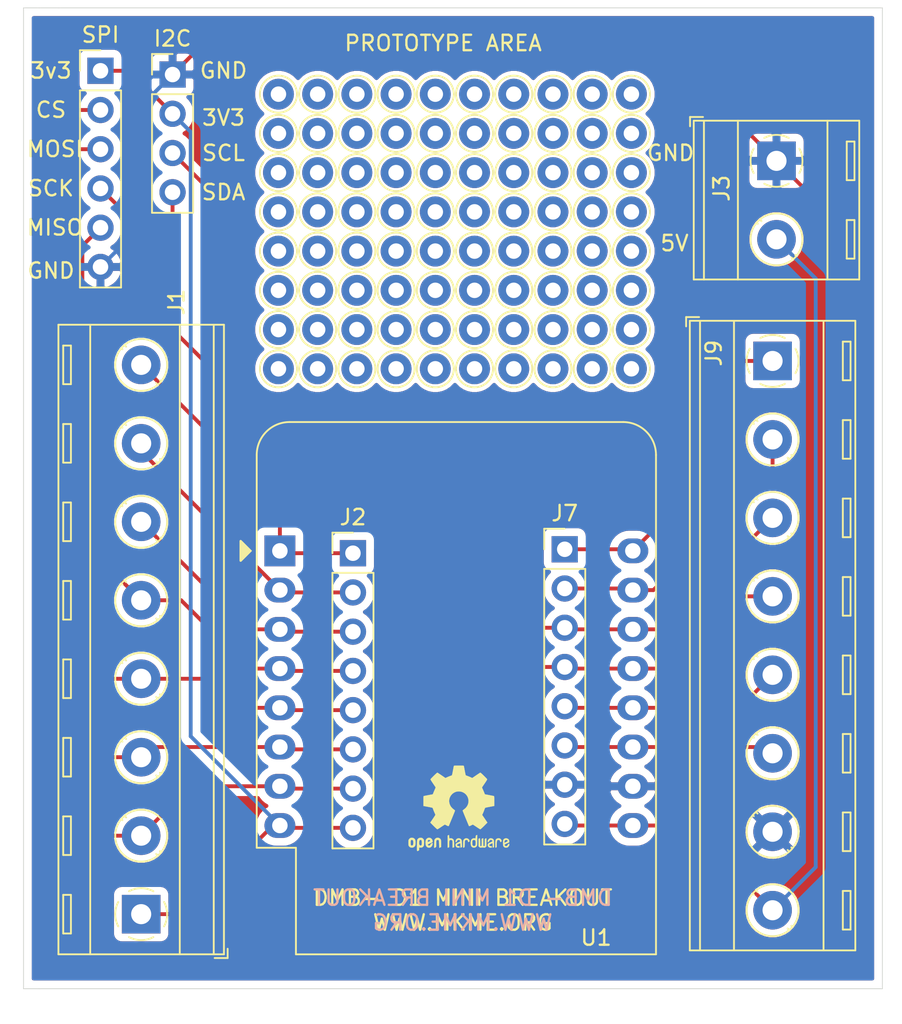
<source format=kicad_pcb>
(kicad_pcb (version 20171130) (host pcbnew "(5.1.6)-1")
  (layers (0 F.Cu signal) (31 B.Cu signal) (34 B.Paste user) (35 F.Paste user) (36 B.SilkS user) (37 F.SilkS user) (38 B.Mask user) (39 F.Mask user) (44 Edge.Cuts user))
  (net 0 "")
  (net 1 RST)
  (net 2 A0)
  (net 3 D0)
  (net 4 SCK)
  (net 5 MISO)
  (net 6 MOSI)
  (net 7 CS)
  (net 8 3v3)
  (net 9 GND)
  (net 10 5V)
  (net 11 D4)
  (net 12 D3)
  (net 13 SDA)
  (net 14 SCL)
  (net 15 RX)
  (net 16 TX)
  (module Symbol:OSHW-Logo2_7.3x6mm_SilkScreen (layer F.Cu) (at 236.728 130.81)
    (fp_text reference REF** hide)
    (fp_text value OSHW-Logo2_7.3x6mm_SilkScreen hide)
  )
  (module TestPoint:TestPoint_THTPad_D2.0mm_Drill1.0mm (layer F.Cu) (at 247.904 102.362)
    (fp_text reference REF**)
    (fp_text value 1 hide)
    (pad "" thru_hole circle (at 0 0) (size 2 2) (drill 1) (layers *.Cu *.Mask))
  )
  (module TestPoint:TestPoint_THTPad_D2.0mm_Drill1.0mm (layer F.Cu) (at 245.364 102.362)
    (fp_text reference REF**)
    (fp_text value 1 hide)
    (pad "" thru_hole circle (at 0 0) (size 2 2) (drill 1) (layers *.Cu *.Mask))
  )
  (module TestPoint:TestPoint_THTPad_D2.0mm_Drill1.0mm (layer F.Cu) (at 242.824 102.362)
    (fp_text reference REF**)
    (fp_text value 1 hide)
    (pad "" thru_hole circle (at 0 0) (size 2 2) (drill 1) (layers *.Cu *.Mask))
  )
  (module TestPoint:TestPoint_THTPad_D2.0mm_Drill1.0mm (layer F.Cu) (at 240.284 102.362)
    (fp_text reference REF**)
    (fp_text value 1 hide)
    (pad "" thru_hole circle (at 0 0) (size 2 2) (drill 1) (layers *.Cu *.Mask))
  )
  (module TestPoint:TestPoint_THTPad_D2.0mm_Drill1.0mm (layer F.Cu) (at 237.744 102.362)
    (fp_text reference REF**)
    (fp_text value 1 hide)
    (pad "" thru_hole circle (at 0 0) (size 2 2) (drill 1) (layers *.Cu *.Mask))
  )
  (module TestPoint:TestPoint_THTPad_D2.0mm_Drill1.0mm (layer F.Cu) (at 235.204 102.362)
    (fp_text reference REF**)
    (fp_text value 1 hide)
    (pad "" thru_hole circle (at 0 0) (size 2 2) (drill 1) (layers *.Cu *.Mask))
  )
  (module TestPoint:TestPoint_THTPad_D2.0mm_Drill1.0mm (layer F.Cu) (at 232.664 102.362)
    (fp_text reference REF**)
    (fp_text value 1 hide)
    (pad "" thru_hole circle (at 0 0) (size 2 2) (drill 1) (layers *.Cu *.Mask))
  )
  (module TestPoint:TestPoint_THTPad_D2.0mm_Drill1.0mm (layer F.Cu) (at 230.124 102.362)
    (fp_text reference REF**)
    (fp_text value 1 hide)
    (pad "" thru_hole circle (at 0 0) (size 2 2) (drill 1) (layers *.Cu *.Mask))
  )
  (module TestPoint:TestPoint_THTPad_D2.0mm_Drill1.0mm (layer F.Cu) (at 227.584 102.362)
    (fp_text reference REF**)
    (fp_text value 1 hide)
    (pad "" thru_hole circle (at 0 0) (size 2 2) (drill 1) (layers *.Cu *.Mask))
  )
  (module TestPoint:TestPoint_THTPad_D2.0mm_Drill1.0mm (layer F.Cu) (at 225.044 102.362)
    (fp_text reference REF**)
    (fp_text value 1 hide)
    (pad "" thru_hole circle (at 0 0) (size 2 2) (drill 1) (layers *.Cu *.Mask))
  )
  (module TestPoint:TestPoint_THTPad_D2.0mm_Drill1.0mm (layer F.Cu) (at 247.904 99.822)
    (fp_text reference REF**)
    (fp_text value 1 hide)
    (pad "" thru_hole circle (at 0 0) (size 2 2) (drill 1) (layers *.Cu *.Mask))
  )
  (module TestPoint:TestPoint_THTPad_D2.0mm_Drill1.0mm (layer F.Cu) (at 245.364 99.822)
    (fp_text reference REF**)
    (fp_text value 1 hide)
    (pad "" thru_hole circle (at 0 0) (size 2 2) (drill 1) (layers *.Cu *.Mask))
  )
  (module TestPoint:TestPoint_THTPad_D2.0mm_Drill1.0mm (layer F.Cu) (at 242.824 99.822)
    (fp_text reference REF**)
    (fp_text value 1 hide)
    (pad "" thru_hole circle (at 0 0) (size 2 2) (drill 1) (layers *.Cu *.Mask))
  )
  (module TestPoint:TestPoint_THTPad_D2.0mm_Drill1.0mm (layer F.Cu) (at 240.284 99.822)
    (fp_text reference REF**)
    (fp_text value 1 hide)
    (pad "" thru_hole circle (at 0 0) (size 2 2) (drill 1) (layers *.Cu *.Mask))
  )
  (module TestPoint:TestPoint_THTPad_D2.0mm_Drill1.0mm (layer F.Cu) (at 237.744 99.822)
    (fp_text reference REF**)
    (fp_text value 1 hide)
    (pad "" thru_hole circle (at 0 0) (size 2 2) (drill 1) (layers *.Cu *.Mask))
  )
  (module TestPoint:TestPoint_THTPad_D2.0mm_Drill1.0mm (layer F.Cu) (at 235.204 99.822)
    (fp_text reference REF**)
    (fp_text value 1 hide)
    (pad "" thru_hole circle (at 0 0) (size 2 2) (drill 1) (layers *.Cu *.Mask))
  )
  (module TestPoint:TestPoint_THTPad_D2.0mm_Drill1.0mm (layer F.Cu) (at 232.664 99.822)
    (fp_text reference REF**)
    (fp_text value 1 hide)
    (pad "" thru_hole circle (at 0 0) (size 2 2) (drill 1) (layers *.Cu *.Mask))
  )
  (module TestPoint:TestPoint_THTPad_D2.0mm_Drill1.0mm (layer F.Cu) (at 230.124 99.822)
    (fp_text reference REF**)
    (fp_text value 1 hide)
    (pad "" thru_hole circle (at 0 0) (size 2 2) (drill 1) (layers *.Cu *.Mask))
  )
  (module TestPoint:TestPoint_THTPad_D2.0mm_Drill1.0mm (layer F.Cu) (at 227.584 99.822)
    (fp_text reference REF**)
    (fp_text value 1 hide)
    (pad "" thru_hole circle (at 0 0) (size 2 2) (drill 1) (layers *.Cu *.Mask))
  )
  (module TestPoint:TestPoint_THTPad_D2.0mm_Drill1.0mm (layer F.Cu) (at 225.044 99.822)
    (fp_text reference REF**)
    (fp_text value 1 hide)
    (pad "" thru_hole circle (at 0 0) (size 2 2) (drill 1) (layers *.Cu *.Mask))
  )
  (module TestPoint:TestPoint_THTPad_D2.0mm_Drill1.0mm (layer F.Cu) (at 247.904 97.282)
    (fp_text reference REF**)
    (fp_text value 1 hide)
    (pad "" thru_hole circle (at 0 0) (size 2 2) (drill 1) (layers *.Cu *.Mask))
  )
  (module TestPoint:TestPoint_THTPad_D2.0mm_Drill1.0mm (layer F.Cu) (at 245.364 97.282)
    (fp_text reference REF**)
    (fp_text value 1 hide)
    (pad "" thru_hole circle (at 0 0) (size 2 2) (drill 1) (layers *.Cu *.Mask))
  )
  (module TestPoint:TestPoint_THTPad_D2.0mm_Drill1.0mm (layer F.Cu) (at 242.824 97.282)
    (fp_text reference REF**)
    (fp_text value 1 hide)
    (pad "" thru_hole circle (at 0 0) (size 2 2) (drill 1) (layers *.Cu *.Mask))
  )
  (module TestPoint:TestPoint_THTPad_D2.0mm_Drill1.0mm (layer F.Cu) (at 240.284 97.282)
    (fp_text reference REF**)
    (fp_text value 1 hide)
    (pad "" thru_hole circle (at 0 0) (size 2 2) (drill 1) (layers *.Cu *.Mask))
  )
  (module TestPoint:TestPoint_THTPad_D2.0mm_Drill1.0mm (layer F.Cu) (at 237.744 97.282)
    (fp_text reference REF**)
    (fp_text value 1 hide)
    (pad "" thru_hole circle (at 0 0) (size 2 2) (drill 1) (layers *.Cu *.Mask))
  )
  (module TestPoint:TestPoint_THTPad_D2.0mm_Drill1.0mm (layer F.Cu) (at 235.204 97.282)
    (fp_text reference REF**)
    (fp_text value 1 hide)
    (pad "" thru_hole circle (at 0 0) (size 2 2) (drill 1) (layers *.Cu *.Mask))
  )
  (module TestPoint:TestPoint_THTPad_D2.0mm_Drill1.0mm (layer F.Cu) (at 232.664 97.282)
    (fp_text reference REF**)
    (fp_text value 1 hide)
    (pad "" thru_hole circle (at 0 0) (size 2 2) (drill 1) (layers *.Cu *.Mask))
  )
  (module TestPoint:TestPoint_THTPad_D2.0mm_Drill1.0mm (layer F.Cu) (at 230.124 97.282)
    (fp_text reference REF**)
    (fp_text value 1 hide)
    (pad "" thru_hole circle (at 0 0) (size 2 2) (drill 1) (layers *.Cu *.Mask))
  )
  (module TestPoint:TestPoint_THTPad_D2.0mm_Drill1.0mm (layer F.Cu) (at 227.584 97.282)
    (fp_text reference REF**)
    (fp_text value 1 hide)
    (pad "" thru_hole circle (at 0 0) (size 2 2) (drill 1) (layers *.Cu *.Mask))
  )
  (module TestPoint:TestPoint_THTPad_D2.0mm_Drill1.0mm (layer F.Cu) (at 225.044 97.282)
    (fp_text reference REF**)
    (fp_text value 1 hide)
    (pad "" thru_hole circle (at 0 0) (size 2 2) (drill 1) (layers *.Cu *.Mask))
  )
  (module TestPoint:TestPoint_THTPad_D2.0mm_Drill1.0mm (layer F.Cu) (at 247.904 94.742)
    (fp_text reference REF**)
    (fp_text value 1 hide)
    (pad "" thru_hole circle (at 0 0) (size 2 2) (drill 1) (layers *.Cu *.Mask))
  )
  (module TestPoint:TestPoint_THTPad_D2.0mm_Drill1.0mm (layer F.Cu) (at 245.364 94.742)
    (fp_text reference REF**)
    (fp_text value 1 hide)
    (pad "" thru_hole circle (at 0 0) (size 2 2) (drill 1) (layers *.Cu *.Mask))
  )
  (module TestPoint:TestPoint_THTPad_D2.0mm_Drill1.0mm (layer F.Cu) (at 242.824 94.742)
    (fp_text reference REF**)
    (fp_text value 1 hide)
    (pad "" thru_hole circle (at 0 0) (size 2 2) (drill 1) (layers *.Cu *.Mask))
  )
  (module TestPoint:TestPoint_THTPad_D2.0mm_Drill1.0mm (layer F.Cu) (at 240.284 94.742)
    (fp_text reference REF**)
    (fp_text value 1 hide)
    (pad "" thru_hole circle (at 0 0) (size 2 2) (drill 1) (layers *.Cu *.Mask))
  )
  (module TestPoint:TestPoint_THTPad_D2.0mm_Drill1.0mm (layer F.Cu) (at 237.744 94.742)
    (fp_text reference REF**)
    (fp_text value 1 hide)
    (pad "" thru_hole circle (at 0 0) (size 2 2) (drill 1) (layers *.Cu *.Mask))
  )
  (module TestPoint:TestPoint_THTPad_D2.0mm_Drill1.0mm (layer F.Cu) (at 235.204 94.742)
    (fp_text reference REF**)
    (fp_text value 1 hide)
    (pad "" thru_hole circle (at 0 0) (size 2 2) (drill 1) (layers *.Cu *.Mask))
  )
  (module TestPoint:TestPoint_THTPad_D2.0mm_Drill1.0mm (layer F.Cu) (at 232.664 94.742)
    (fp_text reference REF**)
    (fp_text value 1 hide)
    (pad "" thru_hole circle (at 0 0) (size 2 2) (drill 1) (layers *.Cu *.Mask))
  )
  (module TestPoint:TestPoint_THTPad_D2.0mm_Drill1.0mm (layer F.Cu) (at 230.124 94.742)
    (fp_text reference REF**)
    (fp_text value 1 hide)
    (pad "" thru_hole circle (at 0 0) (size 2 2) (drill 1) (layers *.Cu *.Mask))
  )
  (module TestPoint:TestPoint_THTPad_D2.0mm_Drill1.0mm (layer F.Cu) (at 227.584 94.742)
    (fp_text reference REF**)
    (fp_text value 1 hide)
    (pad "" thru_hole circle (at 0 0) (size 2 2) (drill 1) (layers *.Cu *.Mask))
  )
  (module TestPoint:TestPoint_THTPad_D2.0mm_Drill1.0mm (layer F.Cu) (at 225.044 94.742)
    (fp_text reference REF**)
    (fp_text value 1 hide)
    (pad "" thru_hole circle (at 0 0) (size 2 2) (drill 1) (layers *.Cu *.Mask))
  )
  (module TestPoint:TestPoint_THTPad_D2.0mm_Drill1.0mm (layer F.Cu) (at 247.904 92.202)
    (fp_text reference REF**)
    (fp_text value 1 hide)
    (pad "" thru_hole circle (at 0 0) (size 2 2) (drill 1) (layers *.Cu *.Mask))
  )
  (module TestPoint:TestPoint_THTPad_D2.0mm_Drill1.0mm (layer F.Cu) (at 245.364 92.202)
    (fp_text reference REF**)
    (fp_text value 1 hide)
    (pad "" thru_hole circle (at 0 0) (size 2 2) (drill 1) (layers *.Cu *.Mask))
  )
  (module TestPoint:TestPoint_THTPad_D2.0mm_Drill1.0mm (layer F.Cu) (at 242.824 92.202)
    (fp_text reference REF**)
    (fp_text value 1 hide)
    (pad "" thru_hole circle (at 0 0) (size 2 2) (drill 1) (layers *.Cu *.Mask))
  )
  (module TestPoint:TestPoint_THTPad_D2.0mm_Drill1.0mm (layer F.Cu) (at 240.284 92.202)
    (fp_text reference REF**)
    (fp_text value 1 hide)
    (pad "" thru_hole circle (at 0 0) (size 2 2) (drill 1) (layers *.Cu *.Mask))
  )
  (module TestPoint:TestPoint_THTPad_D2.0mm_Drill1.0mm (layer F.Cu) (at 237.744 92.202)
    (fp_text reference REF**)
    (fp_text value 1 hide)
    (pad "" thru_hole circle (at 0 0) (size 2 2) (drill 1) (layers *.Cu *.Mask))
  )
  (module TestPoint:TestPoint_THTPad_D2.0mm_Drill1.0mm (layer F.Cu) (at 235.204 92.202)
    (fp_text reference REF**)
    (fp_text value 1 hide)
    (pad "" thru_hole circle (at 0 0) (size 2 2) (drill 1) (layers *.Cu *.Mask))
  )
  (module TestPoint:TestPoint_THTPad_D2.0mm_Drill1.0mm (layer F.Cu) (at 232.664 92.202)
    (fp_text reference REF**)
    (fp_text value 1 hide)
    (pad "" thru_hole circle (at 0 0) (size 2 2) (drill 1) (layers *.Cu *.Mask))
  )
  (module TestPoint:TestPoint_THTPad_D2.0mm_Drill1.0mm (layer F.Cu) (at 230.124 92.202)
    (fp_text reference REF**)
    (fp_text value 1 hide)
    (pad "" thru_hole circle (at 0 0) (size 2 2) (drill 1) (layers *.Cu *.Mask))
  )
  (module TestPoint:TestPoint_THTPad_D2.0mm_Drill1.0mm (layer F.Cu) (at 227.584 92.202)
    (fp_text reference REF**)
    (fp_text value 1 hide)
    (pad "" thru_hole circle (at 0 0) (size 2 2) (drill 1) (layers *.Cu *.Mask))
  )
  (module TestPoint:TestPoint_THTPad_D2.0mm_Drill1.0mm (layer F.Cu) (at 225.044 92.202)
    (fp_text reference REF**)
    (fp_text value 1 hide)
    (pad "" thru_hole circle (at 0 0) (size 2 2) (drill 1) (layers *.Cu *.Mask))
  )
  (module TestPoint:TestPoint_THTPad_D2.0mm_Drill1.0mm (layer F.Cu) (at 247.904 89.662)
    (fp_text reference REF**)
    (fp_text value 1 hide)
    (pad "" thru_hole circle (at 0 0) (size 2 2) (drill 1) (layers *.Cu *.Mask))
  )
  (module TestPoint:TestPoint_THTPad_D2.0mm_Drill1.0mm (layer F.Cu) (at 245.364 89.662)
    (fp_text reference REF**)
    (fp_text value 1 hide)
    (pad "" thru_hole circle (at 0 0) (size 2 2) (drill 1) (layers *.Cu *.Mask))
  )
  (module TestPoint:TestPoint_THTPad_D2.0mm_Drill1.0mm (layer F.Cu) (at 242.824 89.662)
    (fp_text reference REF**)
    (fp_text value 1 hide)
    (pad "" thru_hole circle (at 0 0) (size 2 2) (drill 1) (layers *.Cu *.Mask))
  )
  (module TestPoint:TestPoint_THTPad_D2.0mm_Drill1.0mm (layer F.Cu) (at 240.284 89.662)
    (fp_text reference REF**)
    (fp_text value 1 hide)
    (pad "" thru_hole circle (at 0 0) (size 2 2) (drill 1) (layers *.Cu *.Mask))
  )
  (module TestPoint:TestPoint_THTPad_D2.0mm_Drill1.0mm (layer F.Cu) (at 237.744 89.662)
    (fp_text reference REF**)
    (fp_text value 1 hide)
    (pad "" thru_hole circle (at 0 0) (size 2 2) (drill 1) (layers *.Cu *.Mask))
  )
  (module TestPoint:TestPoint_THTPad_D2.0mm_Drill1.0mm (layer F.Cu) (at 235.204 89.662)
    (fp_text reference REF**)
    (fp_text value 1 hide)
    (pad "" thru_hole circle (at 0 0) (size 2 2) (drill 1) (layers *.Cu *.Mask))
  )
  (module TestPoint:TestPoint_THTPad_D2.0mm_Drill1.0mm (layer F.Cu) (at 232.664 89.662)
    (fp_text reference REF**)
    (fp_text value 1 hide)
    (pad "" thru_hole circle (at 0 0) (size 2 2) (drill 1) (layers *.Cu *.Mask))
  )
  (module TestPoint:TestPoint_THTPad_D2.0mm_Drill1.0mm (layer F.Cu) (at 230.124 89.662)
    (fp_text reference REF**)
    (fp_text value 1 hide)
    (pad "" thru_hole circle (at 0 0) (size 2 2) (drill 1) (layers *.Cu *.Mask))
  )
  (module TestPoint:TestPoint_THTPad_D2.0mm_Drill1.0mm (layer F.Cu) (at 227.584 89.662)
    (fp_text reference REF**)
    (fp_text value 1 hide)
    (pad "" thru_hole circle (at 0 0) (size 2 2) (drill 1) (layers *.Cu *.Mask))
  )
  (module TestPoint:TestPoint_THTPad_D2.0mm_Drill1.0mm (layer F.Cu) (at 225.044 89.662)
    (fp_text reference REF**)
    (fp_text value 1 hide)
    (pad "" thru_hole circle (at 0 0) (size 2 2) (drill 1) (layers *.Cu *.Mask))
  )
  (module TestPoint:TestPoint_THTPad_D2.0mm_Drill1.0mm (layer F.Cu) (at 247.904 87.122)
    (fp_text reference REF**)
    (fp_text value 1 hide)
    (pad "" thru_hole circle (at 0 0) (size 2 2) (drill 1) (layers *.Cu *.Mask))
  )
  (module TestPoint:TestPoint_THTPad_D2.0mm_Drill1.0mm (layer F.Cu) (at 245.364 87.122)
    (fp_text reference REF**)
    (fp_text value 1 hide)
    (pad "" thru_hole circle (at 0 0) (size 2 2) (drill 1) (layers *.Cu *.Mask))
  )
  (module TestPoint:TestPoint_THTPad_D2.0mm_Drill1.0mm (layer F.Cu) (at 242.824 87.122)
    (fp_text reference REF**)
    (fp_text value 1 hide)
    (pad "" thru_hole circle (at 0 0) (size 2 2) (drill 1) (layers *.Cu *.Mask))
  )
  (module TestPoint:TestPoint_THTPad_D2.0mm_Drill1.0mm (layer F.Cu) (at 240.284 87.122)
    (fp_text reference REF**)
    (fp_text value 1 hide)
    (pad "" thru_hole circle (at 0 0) (size 2 2) (drill 1) (layers *.Cu *.Mask))
  )
  (module TestPoint:TestPoint_THTPad_D2.0mm_Drill1.0mm (layer F.Cu) (at 237.744 87.122)
    (fp_text reference REF**)
    (fp_text value 1 hide)
    (pad "" thru_hole circle (at 0 0) (size 2 2) (drill 1) (layers *.Cu *.Mask))
  )
  (module TestPoint:TestPoint_THTPad_D2.0mm_Drill1.0mm (layer F.Cu) (at 235.204 87.122)
    (fp_text reference REF**)
    (fp_text value 1 hide)
    (pad "" thru_hole circle (at 0 0) (size 2 2) (drill 1) (layers *.Cu *.Mask))
  )
  (module TestPoint:TestPoint_THTPad_D2.0mm_Drill1.0mm (layer F.Cu) (at 232.664 87.122)
    (fp_text reference REF**)
    (fp_text value 1 hide)
    (pad "" thru_hole circle (at 0 0) (size 2 2) (drill 1) (layers *.Cu *.Mask))
  )
  (module TestPoint:TestPoint_THTPad_D2.0mm_Drill1.0mm (layer F.Cu) (at 230.124 87.122)
    (fp_text reference REF**)
    (fp_text value 1 hide)
    (pad "" thru_hole circle (at 0 0) (size 2 2) (drill 1) (layers *.Cu *.Mask))
  )
  (module TestPoint:TestPoint_THTPad_D2.0mm_Drill1.0mm (layer F.Cu) (at 227.584 87.122)
    (fp_text reference REF**)
    (fp_text value 1 hide)
    (pad "" thru_hole circle (at 0 0) (size 2 2) (drill 1) (layers *.Cu *.Mask))
  )
  (module TestPoint:TestPoint_THTPad_D2.0mm_Drill1.0mm (layer F.Cu) (at 225.044 87.122)
    (fp_text reference REF**)
    (fp_text value 1 hide)
    (pad "" thru_hole circle (at 0 0) (size 2 2) (drill 1) (layers *.Cu *.Mask))
  )
  (module TestPoint:TestPoint_THTPad_D2.0mm_Drill1.0mm (layer F.Cu) (at 247.904 84.582)
    (fp_text reference REF**)
    (fp_text value 1 hide)
    (pad "" thru_hole circle (at 0 0) (size 2 2) (drill 1) (layers *.Cu *.Mask))
  )
  (module TestPoint:TestPoint_THTPad_D2.0mm_Drill1.0mm (layer F.Cu) (at 245.364 84.582)
    (fp_text reference REF**)
    (fp_text value 1 hide)
    (pad "" thru_hole circle (at 0 0) (size 2 2) (drill 1) (layers *.Cu *.Mask))
  )
  (module TestPoint:TestPoint_THTPad_D2.0mm_Drill1.0mm (layer F.Cu) (at 242.824 84.582)
    (fp_text reference REF**)
    (fp_text value 1 hide)
    (pad "" thru_hole circle (at 0 0) (size 2 2) (drill 1) (layers *.Cu *.Mask))
  )
  (module TestPoint:TestPoint_THTPad_D2.0mm_Drill1.0mm (layer F.Cu) (at 240.284 84.582)
    (fp_text reference REF**)
    (fp_text value 1 hide)
    (pad "" thru_hole circle (at 0 0) (size 2 2) (drill 1) (layers *.Cu *.Mask))
  )
  (module TestPoint:TestPoint_THTPad_D2.0mm_Drill1.0mm (layer F.Cu) (at 237.744 84.582)
    (fp_text reference REF**)
    (fp_text value 1 hide)
    (pad "" thru_hole circle (at 0 0) (size 2 2) (drill 1) (layers *.Cu *.Mask))
  )
  (module TestPoint:TestPoint_THTPad_D2.0mm_Drill1.0mm (layer F.Cu) (at 235.204 84.582)
    (fp_text reference REF**)
    (fp_text value 1 hide)
    (pad "" thru_hole circle (at 0 0) (size 2 2) (drill 1) (layers *.Cu *.Mask))
  )
  (module TestPoint:TestPoint_THTPad_D2.0mm_Drill1.0mm (layer F.Cu) (at 232.664 84.582)
    (fp_text reference REF**)
    (fp_text value 1 hide)
    (pad "" thru_hole circle (at 0 0) (size 2 2) (drill 1) (layers *.Cu *.Mask))
  )
  (module TestPoint:TestPoint_THTPad_D2.0mm_Drill1.0mm (layer F.Cu) (at 230.124 84.582)
    (fp_text reference REF**)
    (fp_text value 1 hide)
    (pad "" thru_hole circle (at 0 0) (size 2 2) (drill 1) (layers *.Cu *.Mask))
  )
  (module TestPoint:TestPoint_THTPad_D2.0mm_Drill1.0mm (layer F.Cu) (at 227.584 84.582)
    (fp_text reference REF**)
    (fp_text value 1 hide)
    (pad "" thru_hole circle (at 0 0) (size 2 2) (drill 1) (layers *.Cu *.Mask))
  )
  (module TestPoint:TestPoint_THTPad_D2.0mm_Drill1.0mm (layer F.Cu) (at 225.044 84.582)
    (fp_text reference REF**)
    (fp_text value 1 hide)
    (pad "" thru_hole circle (at 0 0) (size 2 2) (drill 1) (layers *.Cu *.Mask))
  )
  (module TerminalBlock_RND:TerminalBlock_RND_205-00293_1x08_P5.08mm_Horizontal (layer F.Cu) (at 216.154 137.668 90)
    (fp_text reference J1 (at 39.624 2.286 90) (layer F.SilkS))
    (fp_text value Screw_Terminal_01x08 hide)
    (pad 1 thru_hole rect (at 0 0 90) (size 2.5 2.5) (drill 1.3) (layers *.Cu *.Mask) (net 8 3v3))
    (pad 2 thru_hole circle (at 5.08 0 90) (size 2.5 2.5) (drill 1.3) (layers *.Cu *.Mask) (net 7 CS))
    (pad 3 thru_hole circle (at 10.16 0 90) (size 2.5 2.5) (drill 1.3) (layers *.Cu *.Mask) (net 6 MOSI))
    (pad 4 thru_hole circle (at 15.24 0 90) (size 2.5 2.5) (drill 1.3) (layers *.Cu *.Mask) (net 5 MISO))
    (pad 5 thru_hole circle (at 20.32 0 90) (size 2.5 2.5) (drill 1.3) (layers *.Cu *.Mask) (net 4 SCK))
    (pad 6 thru_hole circle (at 25.4 0 90) (size 2.5 2.5) (drill 1.3) (layers *.Cu *.Mask) (net 3 D0))
    (pad 7 thru_hole circle (at 30.48 0 90) (size 2.5 2.5) (drill 1.3) (layers *.Cu *.Mask) (net 2 A0))
    (pad 8 thru_hole circle (at 35.56 0 90) (size 2.5 2.5) (drill 1.3) (layers *.Cu *.Mask) (net 1 RST))
  )
  (module Connector_PinHeader_2.54mm:PinHeader_1x08_P2.54mm_Vertical (layer F.Cu) (at 229.87 114.3)
    (fp_text reference J2 (at 0 -2.33) (layer F.SilkS))
    (fp_text value Conn_01x08_Female hide)
    (pad 1 thru_hole rect (at 0 0) (size 1.7 1.7) (drill 1) (layers *.Cu *.Mask) (net 1 RST))
    (pad 2 thru_hole oval (at 0 2.54) (size 1.7 1.7) (drill 1) (layers *.Cu *.Mask) (net 2 A0))
    (pad 3 thru_hole oval (at 0 5.08) (size 1.7 1.7) (drill 1) (layers *.Cu *.Mask) (net 3 D0))
    (pad 4 thru_hole oval (at 0 7.62) (size 1.7 1.7) (drill 1) (layers *.Cu *.Mask) (net 4 SCK))
    (pad 5 thru_hole oval (at 0 10.16) (size 1.7 1.7) (drill 1) (layers *.Cu *.Mask) (net 5 MISO))
    (pad 6 thru_hole oval (at 0 12.7) (size 1.7 1.7) (drill 1) (layers *.Cu *.Mask) (net 6 MOSI))
    (pad 7 thru_hole oval (at 0 15.24) (size 1.7 1.7) (drill 1) (layers *.Cu *.Mask) (net 7 CS))
    (pad 8 thru_hole oval (at 0 17.78) (size 1.7 1.7) (drill 1) (layers *.Cu *.Mask) (net 8 3v3))
  )
  (module TerminalBlock_RND:TerminalBlock_RND_205-00287_1x02_P5.08mm_Horizontal (layer F.Cu) (at 257.302 88.9 270)
    (fp_text reference J3 (at 1.778 3.556 90) (layer F.SilkS))
    (fp_text value Vin hide)
    (pad 1 thru_hole rect (at 0 0 270) (size 2.5 2.5) (drill 1.3) (layers *.Cu *.Mask) (net 9 GND))
    (pad 2 thru_hole circle (at 5.08 0 270) (size 2.5 2.5) (drill 1.3) (layers *.Cu *.Mask) (net 10 5V))
  )
  (module Connector_PinHeader_2.54mm:PinHeader_1x08_P2.54mm_Vertical (layer F.Cu) (at 243.586 114.046)
    (fp_text reference J7 (at 0 -2.33) (layer F.SilkS))
    (fp_text value Conn_01x08_Female hide)
    (pad 8 thru_hole oval (at 0 17.78) (size 1.7 1.7) (drill 1) (layers *.Cu *.Mask) (net 10 5V))
    (pad 7 thru_hole oval (at 0 15.24) (size 1.7 1.7) (drill 1) (layers *.Cu *.Mask) (net 9 GND))
    (pad 6 thru_hole oval (at 0 12.7) (size 1.7 1.7) (drill 1) (layers *.Cu *.Mask) (net 11 D4))
    (pad 5 thru_hole oval (at 0 10.16) (size 1.7 1.7) (drill 1) (layers *.Cu *.Mask) (net 12 D3))
    (pad 4 thru_hole oval (at 0 7.62) (size 1.7 1.7) (drill 1) (layers *.Cu *.Mask) (net 13 SDA))
    (pad 3 thru_hole oval (at 0 5.08) (size 1.7 1.7) (drill 1) (layers *.Cu *.Mask) (net 14 SCL))
    (pad 2 thru_hole oval (at 0 2.54) (size 1.7 1.7) (drill 1) (layers *.Cu *.Mask) (net 15 RX))
    (pad 1 thru_hole rect (at 0 0) (size 1.7 1.7) (drill 1) (layers *.Cu *.Mask) (net 16 TX))
  )
  (module TerminalBlock_RND:TerminalBlock_RND_205-00293_1x08_P5.08mm_Horizontal (layer F.Cu) (at 257.048 101.854 270)
    (fp_text reference J9 (at -0.508 3.81 90) (layer F.SilkS))
    (fp_text value Screw_Terminal_01x08 hide)
    (pad 8 thru_hole circle (at 35.56 0 270) (size 2.5 2.5) (drill 1.3) (layers *.Cu *.Mask) (net 10 5V))
    (pad 7 thru_hole circle (at 30.48 0 270) (size 2.5 2.5) (drill 1.3) (layers *.Cu *.Mask) (net 9 GND))
    (pad 6 thru_hole circle (at 25.4 0 270) (size 2.5 2.5) (drill 1.3) (layers *.Cu *.Mask) (net 11 D4))
    (pad 5 thru_hole circle (at 20.32 0 270) (size 2.5 2.5) (drill 1.3) (layers *.Cu *.Mask) (net 12 D3))
    (pad 4 thru_hole circle (at 15.24 0 270) (size 2.5 2.5) (drill 1.3) (layers *.Cu *.Mask) (net 13 SDA))
    (pad 3 thru_hole circle (at 10.16 0 270) (size 2.5 2.5) (drill 1.3) (layers *.Cu *.Mask) (net 14 SCL))
    (pad 2 thru_hole circle (at 5.08 0 270) (size 2.5 2.5) (drill 1.3) (layers *.Cu *.Mask) (net 15 RX))
    (pad 1 thru_hole rect (at 0 0 270) (size 2.5 2.5) (drill 1.3) (layers *.Cu *.Mask) (net 16 TX))
  )
  (module Module:WEMOS_D1_mini_light (layer F.Cu) (at 225.137001 114.149001)
    (fp_text reference U1 (at 20.480999 25.042999) (layer F.SilkS))
    (fp_text value WeMos_D1_mini)
    (pad 2 thru_hole oval (at 0 2.54) (size 2 1.6) (drill 1) (layers *.Cu *.Mask) (net 2 A0))
    (pad 1 thru_hole rect (at 0 0) (size 2 2) (drill 1) (layers *.Cu *.Mask) (net 1 RST))
    (pad 3 thru_hole oval (at 0 5.08) (size 2 1.6) (drill 1) (layers *.Cu *.Mask) (net 3 D0))
    (pad 4 thru_hole oval (at 0 7.62) (size 2 1.6) (drill 1) (layers *.Cu *.Mask) (net 4 SCK))
    (pad 5 thru_hole oval (at 0 10.16) (size 2 1.6) (drill 1) (layers *.Cu *.Mask) (net 5 MISO))
    (pad 6 thru_hole oval (at 0 12.7) (size 2 1.6) (drill 1) (layers *.Cu *.Mask) (net 6 MOSI))
    (pad 7 thru_hole oval (at 0 15.24) (size 2 1.6) (drill 1) (layers *.Cu *.Mask) (net 7 CS))
    (pad 8 thru_hole oval (at 0 17.78) (size 2 1.6) (drill 1) (layers *.Cu *.Mask) (net 8 3v3))
    (pad 9 thru_hole oval (at 22.86 17.78) (size 2 1.6) (drill 1) (layers *.Cu *.Mask) (net 10 5V))
    (pad 10 thru_hole oval (at 22.86 15.24) (size 2 1.6) (drill 1) (layers *.Cu *.Mask) (net 9 GND))
    (pad 11 thru_hole oval (at 22.86 12.7) (size 2 1.6) (drill 1) (layers *.Cu *.Mask) (net 11 D4))
    (pad 12 thru_hole oval (at 22.86 10.16) (size 2 1.6) (drill 1) (layers *.Cu *.Mask) (net 12 D3))
    (pad 13 thru_hole oval (at 22.86 7.62) (size 2 1.6) (drill 1) (layers *.Cu *.Mask) (net 13 SDA))
    (pad 14 thru_hole oval (at 22.86 5.08) (size 2 1.6) (drill 1) (layers *.Cu *.Mask) (net 14 SCL))
    (pad 15 thru_hole oval (at 22.86 2.54) (size 2 1.6) (drill 1) (layers *.Cu *.Mask) (net 15 RX))
    (pad 16 thru_hole oval (at 22.86 0) (size 2 1.6) (drill 1) (layers *.Cu *.Mask) (net 16 TX))
  )
  (module Connector_PinHeader_2.54mm:PinHeader_1x04_P2.54mm_Vertical (layer F.Cu) (at 218.186 83.312)
    (fp_text reference I2C (at 0 -2.33) (layer F.SilkS))
    (fp_text value Conn_01x04_Male hide)
    (pad 1 thru_hole rect (at 0 0) (size 1.7 1.7) (drill 1) (layers *.Cu *.Mask) (net 9 GND))
    (pad 2 thru_hole oval (at 0 2.54) (size 1.7 1.7) (drill 1) (layers *.Cu *.Mask) (net 8 3v3))
    (pad 3 thru_hole oval (at 0 5.08) (size 1.7 1.7) (drill 1) (layers *.Cu *.Mask) (net 14 SCL))
    (pad 4 thru_hole oval (at 0 7.62) (size 1.7 1.7) (drill 1) (layers *.Cu *.Mask) (net 13 SDA))
  )
  (module Connector_PinHeader_2.54mm:PinHeader_1x06_P2.54mm_Vertical (layer F.Cu) (at 213.519001 83.067001)
    (fp_text reference SPI (at 0 -2.33) (layer F.SilkS))
    (fp_text value Conn_01x06_Male hide)
    (pad 1 thru_hole rect (at 0 0) (size 1.7 1.7) (drill 1) (layers *.Cu *.Mask) (net 8 3v3))
    (pad 2 thru_hole oval (at 0 2.54) (size 1.7 1.7) (drill 1) (layers *.Cu *.Mask) (net 7 CS))
    (pad 3 thru_hole oval (at 0 5.08) (size 1.7 1.7) (drill 1) (layers *.Cu *.Mask) (net 6 MOSI))
    (pad 4 thru_hole oval (at 0 7.62) (size 1.7 1.7) (drill 1) (layers *.Cu *.Mask) (net 4 SCK))
    (pad 5 thru_hole oval (at 0 10.16) (size 1.7 1.7) (drill 1) (layers *.Cu *.Mask) (net 5 MISO))
    (pad 6 thru_hole oval (at 0 12.7) (size 1.7 1.7) (drill 1) (layers *.Cu *.Mask) (net 9 GND))
  )
  (gr_text 5V (at 250.698 94.234) (layer F.SilkS) (effects (font (size 1 1))))
  (gr_text GND (at 250.444 88.392) (layer F.SilkS) (effects (font (size 1 1))))
  (gr_text "DMB- D1 MINI BREAKOUT\nWWW.MKME.ORG" (at 236.982 137.414) (layer B.SilkS) (effects (font (size 1 1)) (justify mirror)))
  (gr_text "DMB- D1 MINI BREAKOUT\nWWW.MKME.ORG" (at 236.982 137.414) (layer F.SilkS) (effects (font (size 1 1))))
  (gr_text "PROTOTYPE AREA" (at 235.712 81.28) (layer F.SilkS) (effects (font (size 1 1))))
  (gr_line (start 208.534 142.494) (end 209.55 142.494) (layer Edge.Cuts) (width 0.05))
  (gr_line (start 208.534 78.994) (end 208.534 142.494) (layer Edge.Cuts) (width 0.05))
  (gr_line (start 209.55 78.994) (end 208.534 78.994) (layer Edge.Cuts) (width 0.05))
  (gr_text GND (at 210.312 96.012) (layer F.SilkS) (effects (font (size 1 1))))
  (gr_text MISO (at 210.566 93.218) (layer F.SilkS) (effects (font (size 1 1))))
  (gr_text SCK (at 210.312 90.678) (layer F.SilkS) (effects (font (size 1 1))))
  (gr_text MOSI (at 210.566 88.138) (layer F.SilkS) (effects (font (size 1 1))))
  (gr_text CS (at 210.312 85.598) (layer F.SilkS) (effects (font (size 1 1))))
  (gr_text 3v3 (at 210.312 83.058) (layer F.SilkS) (effects (font (size 1 1))))
  (gr_text SDA (at 221.488 90.932) (layer F.SilkS) (effects (font (size 1 1))))
  (gr_text SCL (at 221.488 88.392) (layer F.SilkS) (effects (font (size 1 1))))
  (gr_text 3V3 (at 221.488 86.106) (layer F.SilkS) (effects (font (size 1 1))))
  (gr_text GND (at 221.488 83.058) (layer F.SilkS) (effects (font (size 1 1))))
  (gr_line (start 209.55 142.494) (end 264.16 142.494) (layer Edge.Cuts) (width 0.05))
  (gr_line (start 210.82 78.994) (end 209.55 78.994) (layer Edge.Cuts) (width 0.05))
  (gr_line (start 264.16 78.994) (end 210.82 78.994) (layer Edge.Cuts) (width 0.05))
  (gr_line (start 264.16 142.494) (end 264.16 78.994) (layer Edge.Cuts) (width 0.05))
  (segment (start 225.288 114.3) (end 225.137001 114.149001) (width 0.25) (layer F.Cu) (net 1))
  (segment (start 229.87 114.3) (end 225.288 114.3) (width 0.25) (layer F.Cu) (net 1))
  (segment (start 225.137001 111.091001) (end 216.154 102.108) (width 0.25) (layer F.Cu) (net 1))
  (segment (start 225.137001 114.149001) (end 225.137001 111.091001) (width 0.25) (layer F.Cu) (net 1))
  (segment (start 225.288 116.84) (end 225.137001 116.689001) (width 0.25) (layer F.Cu) (net 2))
  (segment (start 229.87 116.84) (end 225.288 116.84) (width 0.25) (layer F.Cu) (net 2))
  (segment (start 216.154 107.706) (end 216.154 107.188) (width 0.25) (layer F.Cu) (net 2))
  (segment (start 225.137001 116.689001) (end 216.154 107.706) (width 0.25) (layer F.Cu) (net 2))
  (segment (start 225.288 119.38) (end 225.137001 119.229001) (width 0.25) (layer F.Cu) (net 3))
  (segment (start 229.87 119.38) (end 225.288 119.38) (width 0.25) (layer F.Cu) (net 3))
  (segment (start 223.115001 119.229001) (end 216.154 112.268) (width 0.25) (layer F.Cu) (net 3))
  (segment (start 225.137001 119.229001) (end 223.115001 119.229001) (width 0.25) (layer F.Cu) (net 3))
  (segment (start 225.288 121.92) (end 225.137001 121.769001) (width 0.25) (layer F.Cu) (net 4))
  (segment (start 229.87 121.92) (end 225.288 121.92) (width 0.25) (layer F.Cu) (net 4))
  (segment (start 225.137001 121.769001) (end 223.162999 121.769001) (width 0.25) (layer F.Cu) (net 4))
  (segment (start 218.741998 117.348) (end 216.154 117.348) (width 0.25) (layer F.Cu) (net 4))
  (segment (start 223.162999 121.769001) (end 218.741998 117.348) (width 0.25) (layer F.Cu) (net 4))
  (segment (start 213.519001 90.687001) (end 215.9 93.068) (width 0.25) (layer F.Cu) (net 4))
  (segment (start 215.9 93.068) (end 215.9 98.298) (width 0.25) (layer F.Cu) (net 4))
  (segment (start 215.9 98.298) (end 213.614 100.584) (width 0.25) (layer F.Cu) (net 4))
  (segment (start 213.614 114.808) (end 216.154 117.348) (width 0.25) (layer F.Cu) (net 4))
  (segment (start 213.614 100.584) (end 213.614 114.808) (width 0.25) (layer F.Cu) (net 4))
  (segment (start 225.288 124.46) (end 225.137001 124.309001) (width 0.25) (layer F.Cu) (net 5))
  (segment (start 229.87 124.46) (end 225.288 124.46) (width 0.25) (layer F.Cu) (net 5))
  (segment (start 216.154 122.428) (end 220.472 122.428) (width 0.25) (layer F.Cu) (net 5))
  (segment (start 222.353001 124.309001) (end 225.137001 124.309001) (width 0.25) (layer F.Cu) (net 5))
  (segment (start 220.472 122.428) (end 222.353001 124.309001) (width 0.25) (layer F.Cu) (net 5))
  (segment (start 216.154 122.428) (end 213.868 122.428) (width 0.25) (layer F.Cu) (net 5))
  (segment (start 213.868 122.428) (end 212.344 120.904) (width 0.25) (layer F.Cu) (net 5))
  (segment (start 212.344 94.402002) (end 213.519001 93.227001) (width 0.25) (layer F.Cu) (net 5))
  (segment (start 212.344 120.904) (end 212.344 94.402002) (width 0.25) (layer F.Cu) (net 5))
  (segment (start 225.288 127) (end 225.137001 126.849001) (width 0.25) (layer F.Cu) (net 6))
  (segment (start 229.87 127) (end 225.288 127) (width 0.25) (layer F.Cu) (net 6))
  (segment (start 216.812999 126.849001) (end 216.154 127.508) (width 0.25) (layer F.Cu) (net 6))
  (segment (start 225.137001 126.849001) (end 216.812999 126.849001) (width 0.25) (layer F.Cu) (net 6))
  (segment (start 216.154 127.508) (end 211.582 127.508) (width 0.25) (layer F.Cu) (net 6))
  (segment (start 211.582 127.508) (end 211.582 88.646) (width 0.25) (layer F.Cu) (net 6))
  (segment (start 212.080999 88.147001) (end 213.519001 88.147001) (width 0.25) (layer F.Cu) (net 6))
  (segment (start 211.582 88.646) (end 212.080999 88.147001) (width 0.25) (layer F.Cu) (net 6))
  (segment (start 219.352999 129.389001) (end 216.154 132.588) (width 0.25) (layer F.Cu) (net 7))
  (segment (start 225.137001 129.389001) (end 219.352999 129.389001) (width 0.25) (layer F.Cu) (net 7))
  (segment (start 225.288 129.54) (end 225.137001 129.389001) (width 0.25) (layer F.Cu) (net 7))
  (segment (start 229.87 129.54) (end 225.288 129.54) (width 0.25) (layer F.Cu) (net 7))
  (segment (start 213.519001 85.607001) (end 211.826999 85.607001) (width 0.25) (layer F.Cu) (net 7))
  (segment (start 211.826999 85.607001) (end 210.566 86.868) (width 0.25) (layer F.Cu) (net 7))
  (segment (start 210.566 86.868) (end 210.566 130.302) (width 0.25) (layer F.Cu) (net 7))
  (segment (start 212.852 132.588) (end 216.154 132.588) (width 0.25) (layer F.Cu) (net 7))
  (segment (start 210.566 130.302) (end 212.852 132.588) (width 0.25) (layer F.Cu) (net 7))
  (segment (start 215.401001 83.067001) (end 218.186 85.852) (width 0.25) (layer F.Cu) (net 8))
  (segment (start 213.519001 83.067001) (end 215.401001 83.067001) (width 0.25) (layer F.Cu) (net 8))
  (segment (start 225.288 132.08) (end 225.137001 131.929001) (width 0.25) (layer F.Cu) (net 8))
  (segment (start 229.87 132.08) (end 225.288 132.08) (width 0.25) (layer F.Cu) (net 8))
  (segment (start 225.137001 131.929001) (end 224.686999 131.929001) (width 0.25) (layer F.Cu) (net 8))
  (segment (start 218.948 137.668) (end 216.154 137.668) (width 0.25) (layer F.Cu) (net 8))
  (segment (start 224.686999 131.929001) (end 218.948 137.668) (width 0.25) (layer F.Cu) (net 8))
  (segment (start 219.361001 126.153001) (end 225.137001 131.929001) (width 0.25) (layer B.Cu) (net 8))
  (segment (start 219.361001 87.027001) (end 219.361001 126.153001) (width 0.25) (layer B.Cu) (net 8))
  (segment (start 218.186 85.852) (end 219.361001 87.027001) (width 0.25) (layer B.Cu) (net 8))
  (segment (start 257.302 88.9) (end 248.92 80.518) (width 0.25) (layer F.Cu) (net 9))
  (segment (start 220.98 80.518) (end 218.186 83.312) (width 0.25) (layer F.Cu) (net 9))
  (segment (start 248.92 80.518) (end 220.98 80.518) (width 0.25) (layer F.Cu) (net 9))
  (segment (start 243.689001 129.389001) (end 243.586 129.286) (width 0.25) (layer F.Cu) (net 9))
  (segment (start 247.997001 129.389001) (end 243.689001 129.389001) (width 0.25) (layer F.Cu) (net 9))
  (segment (start 254.103001 129.389001) (end 257.048 132.334) (width 0.25) (layer F.Cu) (net 9))
  (segment (start 247.997001 129.389001) (end 254.103001 129.389001) (width 0.25) (layer F.Cu) (net 9))
  (segment (start 257.048 132.334) (end 260.35 129.032) (width 0.25) (layer F.Cu) (net 9))
  (segment (start 260.35 91.948) (end 257.302 88.9) (width 0.25) (layer F.Cu) (net 9))
  (segment (start 260.35 129.032) (end 260.35 91.948) (width 0.25) (layer F.Cu) (net 9))
  (segment (start 218.186 83.312) (end 215.9 85.598) (width 0.25) (layer B.Cu) (net 9))
  (segment (start 215.9 93.386002) (end 213.519001 95.767001) (width 0.25) (layer B.Cu) (net 9))
  (segment (start 215.9 85.598) (end 215.9 93.386002) (width 0.25) (layer B.Cu) (net 9))
  (segment (start 243.689001 131.929001) (end 243.586 131.826) (width 0.25) (layer F.Cu) (net 10))
  (segment (start 247.997001 131.929001) (end 243.689001 131.929001) (width 0.25) (layer F.Cu) (net 10))
  (segment (start 251.563001 131.929001) (end 257.048 137.414) (width 0.25) (layer F.Cu) (net 10))
  (segment (start 247.997001 131.929001) (end 251.563001 131.929001) (width 0.25) (layer F.Cu) (net 10))
  (segment (start 257.048 137.414) (end 259.842 134.62) (width 0.25) (layer B.Cu) (net 10))
  (segment (start 259.842 96.52) (end 257.302 93.98) (width 0.25) (layer B.Cu) (net 10))
  (segment (start 259.842 134.62) (end 259.842 96.52) (width 0.25) (layer B.Cu) (net 10))
  (segment (start 243.689001 126.849001) (end 243.586 126.746) (width 0.25) (layer F.Cu) (net 11))
  (segment (start 247.997001 126.849001) (end 243.689001 126.849001) (width 0.25) (layer F.Cu) (net 11))
  (segment (start 256.643001 126.849001) (end 257.048 127.254) (width 0.25) (layer F.Cu) (net 11))
  (segment (start 247.997001 126.849001) (end 256.643001 126.849001) (width 0.25) (layer F.Cu) (net 11))
  (segment (start 243.689001 124.309001) (end 243.586 124.206) (width 0.25) (layer F.Cu) (net 12))
  (segment (start 247.997001 124.309001) (end 243.689001 124.309001) (width 0.25) (layer F.Cu) (net 12))
  (segment (start 254.912999 124.309001) (end 257.048 122.174) (width 0.25) (layer F.Cu) (net 12))
  (segment (start 247.997001 124.309001) (end 254.912999 124.309001) (width 0.25) (layer F.Cu) (net 12))
  (segment (start 243.689001 121.769001) (end 243.586 121.666) (width 0.25) (layer F.Cu) (net 13))
  (segment (start 247.997001 121.769001) (end 243.689001 121.769001) (width 0.25) (layer F.Cu) (net 13))
  (segment (start 257.048 117.094) (end 254.508 117.094) (width 0.25) (layer F.Cu) (net 13))
  (segment (start 249.832999 121.769001) (end 247.997001 121.769001) (width 0.25) (layer F.Cu) (net 13))
  (segment (start 254.508 117.094) (end 249.832999 121.769001) (width 0.25) (layer F.Cu) (net 13))
  (segment (start 243.586 121.666) (end 240.03 121.666) (width 0.25) (layer F.Cu) (net 13))
  (segment (start 218.186 99.822) (end 218.186 90.932) (width 0.25) (layer F.Cu) (net 13))
  (segment (start 240.03 121.666) (end 218.186 99.822) (width 0.25) (layer F.Cu) (net 13))
  (segment (start 243.689001 119.229001) (end 243.586 119.126) (width 0.25) (layer F.Cu) (net 14))
  (segment (start 247.997001 119.229001) (end 243.689001 119.229001) (width 0.25) (layer F.Cu) (net 14))
  (segment (start 249.832999 119.229001) (end 257.048 112.014) (width 0.25) (layer F.Cu) (net 14))
  (segment (start 247.997001 119.229001) (end 249.832999 119.229001) (width 0.25) (layer F.Cu) (net 14))
  (segment (start 218.186 88.392) (end 221.996 92.202) (width 0.25) (layer F.Cu) (net 14))
  (segment (start 221.996 92.202) (end 221.996 102.362) (width 0.25) (layer F.Cu) (net 14))
  (segment (start 238.76 119.126) (end 243.586 119.126) (width 0.25) (layer F.Cu) (net 14))
  (segment (start 221.996 102.362) (end 238.76 119.126) (width 0.25) (layer F.Cu) (net 14))
  (segment (start 247.894 116.586) (end 247.997001 116.689001) (width 0.25) (layer F.Cu) (net 15))
  (segment (start 243.586 116.586) (end 247.894 116.586) (width 0.25) (layer F.Cu) (net 15))
  (segment (start 257.048 106.934) (end 257.048 108.966) (width 0.25) (layer F.Cu) (net 15))
  (segment (start 249.324999 116.689001) (end 247.997001 116.689001) (width 0.25) (layer F.Cu) (net 15))
  (segment (start 257.048 108.966) (end 249.324999 116.689001) (width 0.25) (layer F.Cu) (net 15))
  (segment (start 247.894 114.046) (end 247.997001 114.149001) (width 0.25) (layer F.Cu) (net 16))
  (segment (start 243.586 114.046) (end 247.894 114.046) (width 0.25) (layer F.Cu) (net 16))
  (segment (start 257.048 101.854) (end 255.016 101.854) (width 0.25) (layer F.Cu) (net 16))
  (segment (start 255.016 101.854) (end 251.714 105.156) (width 0.25) (layer F.Cu) (net 16))
  (segment (start 251.714 110.432002) (end 247.997001 114.149001) (width 0.25) (layer F.Cu) (net 16))
  (segment (start 251.714 105.156) (end 251.714 110.432002) (width 0.25) (layer F.Cu) (net 16))
  (zone (net 9) (net_name GND) (layer F.Cu) (connect_pads (clearance 0.508)) (min_thickness 0.254) (fill yes (arc_segments 32) (thermal_gap 0.508) (thermal_bridge_width 0.508))
    (polygon (pts (xy 264.668 143.51) (xy 208.026 143.51) (xy 208.026 78.486) (xy 264.922 78.486)))
  )
  (zone (net 9) (net_name GND) (layer B.Cu) (connect_pads (clearance 0.508)) (min_thickness 0.254) (fill yes (arc_segments 32) (thermal_gap 0.508) (thermal_bridge_width 0.508))
    (polygon (pts (xy 265.43 144.526) (xy 207.01 144.78) (xy 207.772 78.486) (xy 265.43 78.486)))
  )
)
</source>
